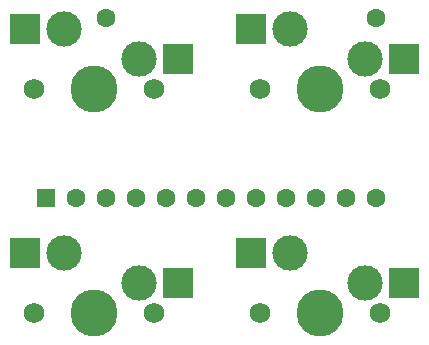
<source format=gbr>
G04 #@! TF.GenerationSoftware,KiCad,Pcbnew,(5.1.5)-3*
G04 #@! TF.CreationDate,2021-06-22T16:47:51-05:00*
G04 #@! TF.ProjectId,BigSwitch,42696753-7769-4746-9368-2e6b69636164,rev?*
G04 #@! TF.SameCoordinates,Original*
G04 #@! TF.FileFunction,Soldermask,Top*
G04 #@! TF.FilePolarity,Negative*
%FSLAX46Y46*%
G04 Gerber Fmt 4.6, Leading zero omitted, Abs format (unit mm)*
G04 Created by KiCad (PCBNEW (5.1.5)-3) date 2021-06-22 16:47:51*
%MOMM*%
%LPD*%
G04 APERTURE LIST*
%ADD10C,1.600000*%
%ADD11R,1.600000X1.600000*%
%ADD12R,2.550000X2.500000*%
%ADD13C,1.750000*%
%ADD14C,3.000000*%
%ADD15C,3.987800*%
G04 APERTURE END LIST*
D10*
X202438000Y-93472000D03*
X225298000Y-93472000D03*
X225298000Y-108712000D03*
X222758000Y-108712000D03*
X220218000Y-108712000D03*
X217678000Y-108712000D03*
X215138000Y-108712000D03*
X212598000Y-108712000D03*
X210058000Y-108712000D03*
X207518000Y-108712000D03*
X204978000Y-108712000D03*
X202438000Y-108712000D03*
X199898000Y-108712000D03*
D11*
X197358000Y-108712000D03*
D12*
X214757000Y-113411000D03*
X227684000Y-115951000D03*
D13*
X215519000Y-118491000D03*
X225679000Y-118491000D03*
D14*
X224409000Y-115951000D03*
D15*
X220599000Y-118491000D03*
D14*
X218059000Y-113411000D03*
D12*
X195634000Y-113411000D03*
X208561000Y-115951000D03*
D13*
X196396000Y-118491000D03*
X206556000Y-118491000D03*
D14*
X205286000Y-115951000D03*
D15*
X201476000Y-118491000D03*
D14*
X198936000Y-113411000D03*
D12*
X214757000Y-94421001D03*
X227684000Y-96961001D03*
D13*
X215519000Y-99501001D03*
X225679000Y-99501001D03*
D14*
X224409000Y-96961001D03*
D15*
X220599000Y-99501001D03*
D14*
X218059000Y-94421001D03*
D12*
X195634000Y-94421001D03*
X208561000Y-96961001D03*
D13*
X196396000Y-99501001D03*
X206556000Y-99501001D03*
D14*
X205286000Y-96961001D03*
D15*
X201476000Y-99501001D03*
D14*
X198936000Y-94421001D03*
M02*

</source>
